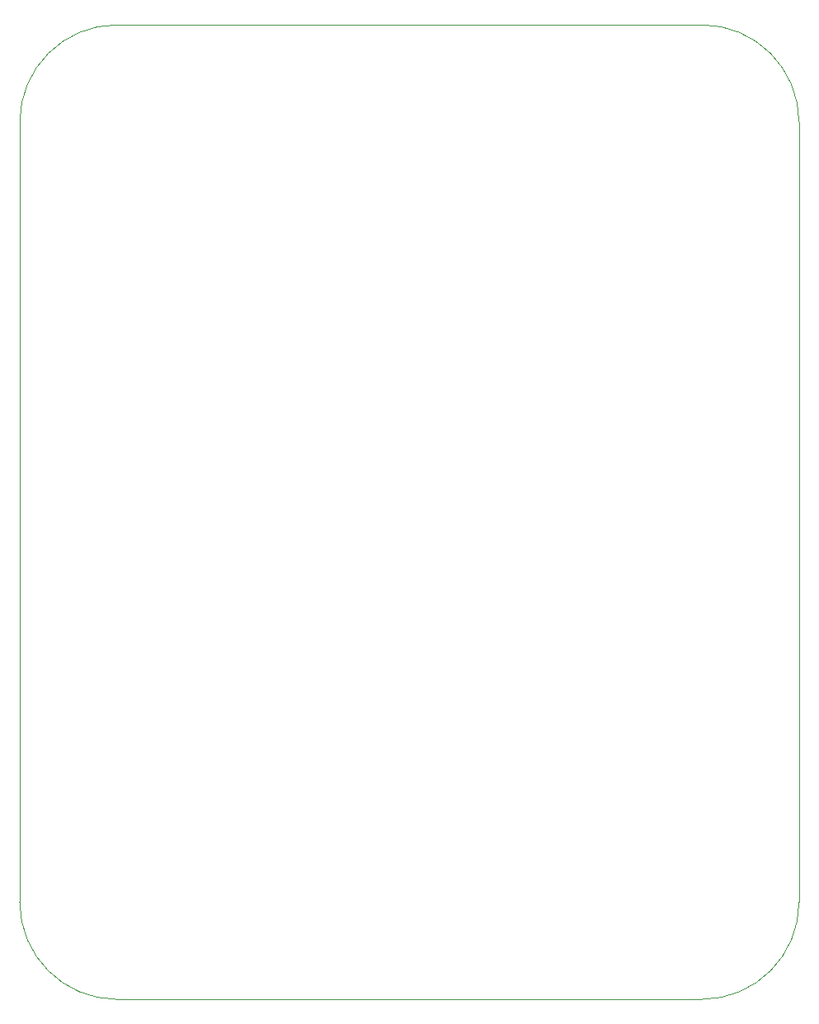
<source format=gm1>
%TF.GenerationSoftware,KiCad,Pcbnew,(5.1.6)-1*%
%TF.CreationDate,2020-12-04T21:40:30+01:00*%
%TF.ProjectId,case_julgran_LED,63617365-5f6a-4756-9c67-72616e5f4c45,rev?*%
%TF.SameCoordinates,Original*%
%TF.FileFunction,Profile,NP*%
%FSLAX46Y46*%
G04 Gerber Fmt 4.6, Leading zero omitted, Abs format (unit mm)*
G04 Created by KiCad (PCBNEW (5.1.6)-1) date 2020-12-04 21:40:30*
%MOMM*%
%LPD*%
G01*
G04 APERTURE LIST*
%TA.AperFunction,Profile*%
%ADD10C,0.050000*%
%TD*%
G04 APERTURE END LIST*
D10*
X114000000Y-117000000D02*
G75*
G02*
X104000000Y-127000000I-10000000J0D01*
G01*
X44000000Y-127000000D02*
G75*
G02*
X34000000Y-117000000I0J10000000D01*
G01*
X34000000Y-37000000D02*
G75*
G02*
X44000000Y-27000000I10000000J0D01*
G01*
X104000000Y-27000000D02*
G75*
G02*
X114000000Y-37000000I0J-10000000D01*
G01*
X34000000Y-37000000D02*
X34000000Y-117000000D01*
X104000000Y-27000000D02*
X44000000Y-27000000D01*
X114000000Y-117000000D02*
X114000000Y-37000000D01*
X44000000Y-127000000D02*
X104000000Y-127000000D01*
M02*

</source>
